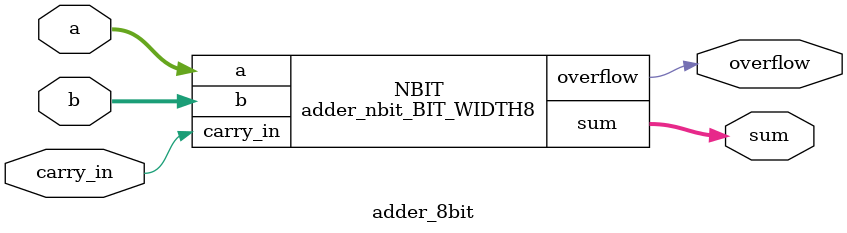
<source format=v>


module adder_1bit_7 ( a, b, carry_in, sum, carry_out );
  input a, b, carry_in;
  output sum, carry_out;
  wire   n1, n2;

  XOR2X1 U1 ( .A(carry_in), .B(n1), .Y(sum) );
  INVX1 U2 ( .A(n2), .Y(carry_out) );
  AOI22X1 U3 ( .A(b), .B(a), .C(n1), .D(carry_in), .Y(n2) );
  XOR2X1 U4 ( .A(a), .B(b), .Y(n1) );
endmodule


module adder_1bit_0 ( a, b, carry_in, sum, carry_out );
  input a, b, carry_in;
  output sum, carry_out;
  wire   n1, n2;

  XOR2X1 U1 ( .A(carry_in), .B(n1), .Y(sum) );
  INVX1 U2 ( .A(n2), .Y(carry_out) );
  AOI22X1 U3 ( .A(b), .B(a), .C(n1), .D(carry_in), .Y(n2) );
  XOR2X1 U4 ( .A(a), .B(b), .Y(n1) );
endmodule


module adder_1bit_1 ( a, b, carry_in, sum, carry_out );
  input a, b, carry_in;
  output sum, carry_out;
  wire   n1, n2;

  XOR2X1 U1 ( .A(carry_in), .B(n1), .Y(sum) );
  INVX1 U2 ( .A(n2), .Y(carry_out) );
  AOI22X1 U3 ( .A(b), .B(a), .C(n1), .D(carry_in), .Y(n2) );
  XOR2X1 U4 ( .A(a), .B(b), .Y(n1) );
endmodule


module adder_1bit_2 ( a, b, carry_in, sum, carry_out );
  input a, b, carry_in;
  output sum, carry_out;
  wire   n1, n2;

  XOR2X1 U1 ( .A(carry_in), .B(n1), .Y(sum) );
  INVX1 U2 ( .A(n2), .Y(carry_out) );
  AOI22X1 U3 ( .A(b), .B(a), .C(n1), .D(carry_in), .Y(n2) );
  XOR2X1 U4 ( .A(a), .B(b), .Y(n1) );
endmodule


module adder_1bit_3 ( a, b, carry_in, sum, carry_out );
  input a, b, carry_in;
  output sum, carry_out;
  wire   n1, n2;

  XOR2X1 U1 ( .A(carry_in), .B(n1), .Y(sum) );
  INVX1 U2 ( .A(n2), .Y(carry_out) );
  AOI22X1 U3 ( .A(b), .B(a), .C(n1), .D(carry_in), .Y(n2) );
  XOR2X1 U4 ( .A(a), .B(b), .Y(n1) );
endmodule


module adder_1bit_4 ( a, b, carry_in, sum, carry_out );
  input a, b, carry_in;
  output sum, carry_out;
  wire   n1, n2;

  XOR2X1 U1 ( .A(carry_in), .B(n1), .Y(sum) );
  INVX1 U2 ( .A(n2), .Y(carry_out) );
  AOI22X1 U3 ( .A(b), .B(a), .C(n1), .D(carry_in), .Y(n2) );
  XOR2X1 U4 ( .A(a), .B(b), .Y(n1) );
endmodule


module adder_1bit_5 ( a, b, carry_in, sum, carry_out );
  input a, b, carry_in;
  output sum, carry_out;
  wire   n1, n2;

  XOR2X1 U1 ( .A(carry_in), .B(n1), .Y(sum) );
  INVX1 U2 ( .A(n2), .Y(carry_out) );
  AOI22X1 U3 ( .A(b), .B(a), .C(n1), .D(carry_in), .Y(n2) );
  XOR2X1 U4 ( .A(a), .B(b), .Y(n1) );
endmodule


module adder_1bit_6 ( a, b, carry_in, sum, carry_out );
  input a, b, carry_in;
  output sum, carry_out;
  wire   n1, n2;

  XOR2X1 U1 ( .A(carry_in), .B(n1), .Y(sum) );
  INVX1 U2 ( .A(n2), .Y(carry_out) );
  AOI22X1 U3 ( .A(b), .B(a), .C(n1), .D(carry_in), .Y(n2) );
  XOR2X1 U4 ( .A(a), .B(b), .Y(n1) );
endmodule


module adder_nbit_BIT_WIDTH8 ( a, b, carry_in, sum, overflow );
  input [7:0] a;
  input [7:0] b;
  output [7:0] sum;
  input carry_in;
  output overflow;

  wire   [7:1] carrys;

  adder_1bit_7 \genblk1[0].IX  ( .a(a[0]), .b(b[0]), .carry_in(carry_in), 
        .sum(sum[0]), .carry_out(carrys[1]) );
  adder_1bit_6 \genblk1[1].IX  ( .a(a[1]), .b(b[1]), .carry_in(carrys[1]), 
        .sum(sum[1]), .carry_out(carrys[2]) );
  adder_1bit_5 \genblk1[2].IX  ( .a(a[2]), .b(b[2]), .carry_in(carrys[2]), 
        .sum(sum[2]), .carry_out(carrys[3]) );
  adder_1bit_4 \genblk1[3].IX  ( .a(a[3]), .b(b[3]), .carry_in(carrys[3]), 
        .sum(sum[3]), .carry_out(carrys[4]) );
  adder_1bit_3 \genblk1[4].IX  ( .a(a[4]), .b(b[4]), .carry_in(carrys[4]), 
        .sum(sum[4]), .carry_out(carrys[5]) );
  adder_1bit_2 \genblk1[5].IX  ( .a(a[5]), .b(b[5]), .carry_in(carrys[5]), 
        .sum(sum[5]), .carry_out(carrys[6]) );
  adder_1bit_1 \genblk1[6].IX  ( .a(a[6]), .b(b[6]), .carry_in(carrys[6]), 
        .sum(sum[6]), .carry_out(carrys[7]) );
  adder_1bit_0 \genblk1[7].IX  ( .a(a[7]), .b(b[7]), .carry_in(carrys[7]), 
        .sum(sum[7]), .carry_out(overflow) );
endmodule


module adder_8bit ( a, b, carry_in, sum, overflow );
  input [7:0] a;
  input [7:0] b;
  output [7:0] sum;
  input carry_in;
  output overflow;


  adder_nbit_BIT_WIDTH8 NBIT ( .a(a), .b(b), .carry_in(carry_in), .sum(sum), 
        .overflow(overflow) );
endmodule


</source>
